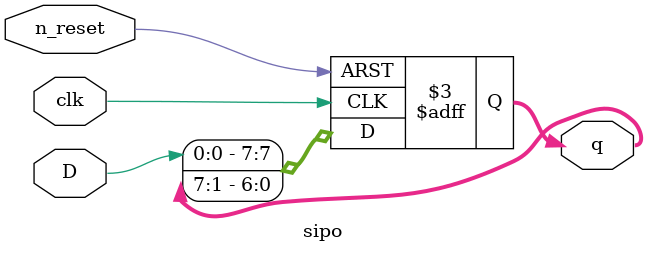
<source format=sv>
module sipo #(parameter N = 8) (output logic [N-1:0] q, input logic D, clk, n_reset);

always_ff @(posedge clk, negedge n_reset)
	if (n_reset == 0)
		q <= '0;
	else
		q <= {D, q[N-1:1]};

endmodule
</source>
